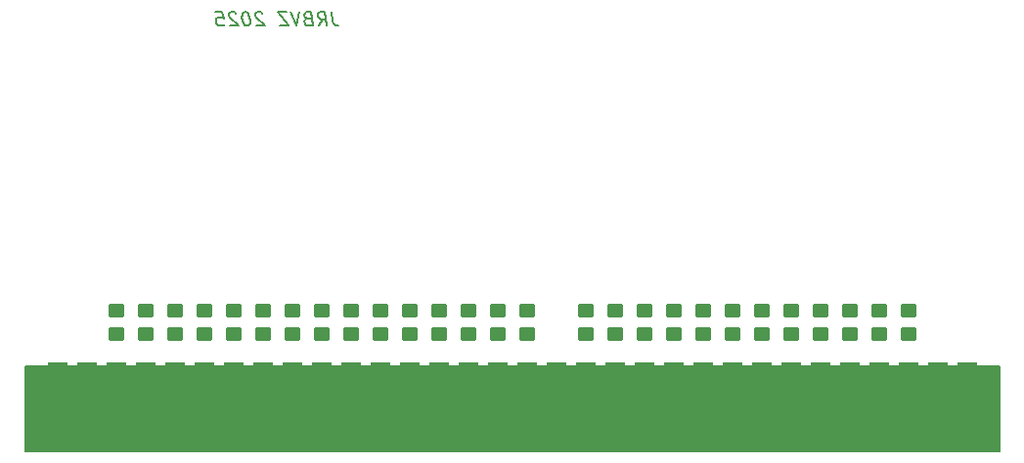
<source format=gbr>
G04 #@! TF.GenerationSoftware,KiCad,Pcbnew,9.0.6*
G04 #@! TF.CreationDate,2025-12-11T13:31:27+05:00*
G04 #@! TF.ProjectId,SEGA-Simple-Cart,53454741-2d53-4696-9d70-6c652d436172,rev?*
G04 #@! TF.SameCoordinates,Original*
G04 #@! TF.FileFunction,Soldermask,Bot*
G04 #@! TF.FilePolarity,Negative*
%FSLAX46Y46*%
G04 Gerber Fmt 4.6, Leading zero omitted, Abs format (unit mm)*
G04 Created by KiCad (PCBNEW 9.0.6) date 2025-12-11 13:31:27*
%MOMM*%
%LPD*%
G01*
G04 APERTURE LIST*
G04 Aperture macros list*
%AMRoundRect*
0 Rectangle with rounded corners*
0 $1 Rounding radius*
0 $2 $3 $4 $5 $6 $7 $8 $9 X,Y pos of 4 corners*
0 Add a 4 corners polygon primitive as box body*
4,1,4,$2,$3,$4,$5,$6,$7,$8,$9,$2,$3,0*
0 Add four circle primitives for the rounded corners*
1,1,$1+$1,$2,$3*
1,1,$1+$1,$4,$5*
1,1,$1+$1,$6,$7*
1,1,$1+$1,$8,$9*
0 Add four rect primitives between the rounded corners*
20,1,$1+$1,$2,$3,$4,$5,0*
20,1,$1+$1,$4,$5,$6,$7,0*
20,1,$1+$1,$6,$7,$8,$9,0*
20,1,$1+$1,$8,$9,$2,$3,0*%
G04 Aperture macros list end*
%ADD10C,0.150000*%
%ADD11C,0.200000*%
%ADD12R,1.780000X6.858000*%
%ADD13RoundRect,0.250000X0.450000X-0.350000X0.450000X0.350000X-0.450000X0.350000X-0.450000X-0.350000X0*%
G04 APERTURE END LIST*
D10*
X32766000Y-83312000D02*
X117094000Y-83312000D01*
X117094000Y-90678000D01*
X32766000Y-90678000D01*
X32766000Y-83312000D01*
G36*
X32766000Y-83312000D02*
G01*
X117094000Y-83312000D01*
X117094000Y-90678000D01*
X32766000Y-90678000D01*
X32766000Y-83312000D01*
G37*
D11*
X59294993Y-52617742D02*
X59402136Y-53474885D01*
X59402136Y-53474885D02*
X59480707Y-53646314D01*
X59480707Y-53646314D02*
X59609279Y-53760600D01*
X59609279Y-53760600D02*
X59787850Y-53817742D01*
X59787850Y-53817742D02*
X59902136Y-53817742D01*
X58187850Y-53817742D02*
X58516421Y-53246314D01*
X58873564Y-53817742D02*
X58723564Y-52617742D01*
X58723564Y-52617742D02*
X58266421Y-52617742D01*
X58266421Y-52617742D02*
X58159278Y-52674885D01*
X58159278Y-52674885D02*
X58109278Y-52732028D01*
X58109278Y-52732028D02*
X58066421Y-52846314D01*
X58066421Y-52846314D02*
X58087850Y-53017742D01*
X58087850Y-53017742D02*
X58159278Y-53132028D01*
X58159278Y-53132028D02*
X58223564Y-53189171D01*
X58223564Y-53189171D02*
X58344993Y-53246314D01*
X58344993Y-53246314D02*
X58802136Y-53246314D01*
X57194993Y-53189171D02*
X57030707Y-53246314D01*
X57030707Y-53246314D02*
X56980707Y-53303457D01*
X56980707Y-53303457D02*
X56937850Y-53417742D01*
X56937850Y-53417742D02*
X56959278Y-53589171D01*
X56959278Y-53589171D02*
X57030707Y-53703457D01*
X57030707Y-53703457D02*
X57094993Y-53760600D01*
X57094993Y-53760600D02*
X57216421Y-53817742D01*
X57216421Y-53817742D02*
X57673564Y-53817742D01*
X57673564Y-53817742D02*
X57523564Y-52617742D01*
X57523564Y-52617742D02*
X57123564Y-52617742D01*
X57123564Y-52617742D02*
X57016421Y-52674885D01*
X57016421Y-52674885D02*
X56966421Y-52732028D01*
X56966421Y-52732028D02*
X56923564Y-52846314D01*
X56923564Y-52846314D02*
X56937850Y-52960600D01*
X56937850Y-52960600D02*
X57009278Y-53074885D01*
X57009278Y-53074885D02*
X57073564Y-53132028D01*
X57073564Y-53132028D02*
X57194993Y-53189171D01*
X57194993Y-53189171D02*
X57594993Y-53189171D01*
X56494993Y-52617742D02*
X56244993Y-53817742D01*
X56244993Y-53817742D02*
X55694993Y-52617742D01*
X55409279Y-52617742D02*
X54609279Y-52617742D01*
X54609279Y-52617742D02*
X55559279Y-53817742D01*
X55559279Y-53817742D02*
X54759279Y-53817742D01*
X53309279Y-52732028D02*
X53244993Y-52674885D01*
X53244993Y-52674885D02*
X53123564Y-52617742D01*
X53123564Y-52617742D02*
X52837850Y-52617742D01*
X52837850Y-52617742D02*
X52730707Y-52674885D01*
X52730707Y-52674885D02*
X52680707Y-52732028D01*
X52680707Y-52732028D02*
X52637850Y-52846314D01*
X52637850Y-52846314D02*
X52652136Y-52960600D01*
X52652136Y-52960600D02*
X52730707Y-53132028D01*
X52730707Y-53132028D02*
X53502136Y-53817742D01*
X53502136Y-53817742D02*
X52759279Y-53817742D01*
X51866422Y-52617742D02*
X51752136Y-52617742D01*
X51752136Y-52617742D02*
X51644993Y-52674885D01*
X51644993Y-52674885D02*
X51594993Y-52732028D01*
X51594993Y-52732028D02*
X51552136Y-52846314D01*
X51552136Y-52846314D02*
X51523565Y-53074885D01*
X51523565Y-53074885D02*
X51559279Y-53360600D01*
X51559279Y-53360600D02*
X51644993Y-53589171D01*
X51644993Y-53589171D02*
X51716422Y-53703457D01*
X51716422Y-53703457D02*
X51780707Y-53760600D01*
X51780707Y-53760600D02*
X51902136Y-53817742D01*
X51902136Y-53817742D02*
X52016422Y-53817742D01*
X52016422Y-53817742D02*
X52123565Y-53760600D01*
X52123565Y-53760600D02*
X52173565Y-53703457D01*
X52173565Y-53703457D02*
X52216422Y-53589171D01*
X52216422Y-53589171D02*
X52244993Y-53360600D01*
X52244993Y-53360600D02*
X52209279Y-53074885D01*
X52209279Y-53074885D02*
X52123565Y-52846314D01*
X52123565Y-52846314D02*
X52052136Y-52732028D01*
X52052136Y-52732028D02*
X51987850Y-52674885D01*
X51987850Y-52674885D02*
X51866422Y-52617742D01*
X51023565Y-52732028D02*
X50959279Y-52674885D01*
X50959279Y-52674885D02*
X50837850Y-52617742D01*
X50837850Y-52617742D02*
X50552136Y-52617742D01*
X50552136Y-52617742D02*
X50444993Y-52674885D01*
X50444993Y-52674885D02*
X50394993Y-52732028D01*
X50394993Y-52732028D02*
X50352136Y-52846314D01*
X50352136Y-52846314D02*
X50366422Y-52960600D01*
X50366422Y-52960600D02*
X50444993Y-53132028D01*
X50444993Y-53132028D02*
X51216422Y-53817742D01*
X51216422Y-53817742D02*
X50473565Y-53817742D01*
X49237851Y-52617742D02*
X49809279Y-52617742D01*
X49809279Y-52617742D02*
X49937851Y-53189171D01*
X49937851Y-53189171D02*
X49873565Y-53132028D01*
X49873565Y-53132028D02*
X49752136Y-53074885D01*
X49752136Y-53074885D02*
X49466422Y-53074885D01*
X49466422Y-53074885D02*
X49359279Y-53132028D01*
X49359279Y-53132028D02*
X49309279Y-53189171D01*
X49309279Y-53189171D02*
X49266422Y-53303457D01*
X49266422Y-53303457D02*
X49302136Y-53589171D01*
X49302136Y-53589171D02*
X49373565Y-53703457D01*
X49373565Y-53703457D02*
X49437851Y-53760600D01*
X49437851Y-53760600D02*
X49559279Y-53817742D01*
X49559279Y-53817742D02*
X49844993Y-53817742D01*
X49844993Y-53817742D02*
X49952136Y-53760600D01*
X49952136Y-53760600D02*
X50002136Y-53703457D01*
D12*
X35560000Y-86360000D03*
X38100000Y-86360000D03*
X40640000Y-86360000D03*
X43180000Y-86360000D03*
X45720000Y-86360000D03*
X48260000Y-86360000D03*
X50800000Y-86360000D03*
X53340000Y-86360000D03*
X55880000Y-86360000D03*
X58420000Y-86360000D03*
X60960000Y-86360000D03*
X63500000Y-86360000D03*
X66040000Y-86360000D03*
X68580000Y-86360000D03*
X71120000Y-86360000D03*
X73660000Y-86360000D03*
X76200000Y-86360000D03*
X78740000Y-86360000D03*
X81280000Y-86360000D03*
X83820000Y-86360000D03*
X86360000Y-86360000D03*
X88900000Y-86360000D03*
X91440000Y-86360000D03*
X93980000Y-86360000D03*
X96520000Y-86360000D03*
X99060000Y-86360000D03*
X101600000Y-86360000D03*
X104140000Y-86360000D03*
X106680000Y-86360000D03*
X109220000Y-86360000D03*
X111760000Y-86360000D03*
X114300000Y-86360000D03*
D13*
X50800000Y-80502000D03*
X50800000Y-78502000D03*
X104140000Y-80502000D03*
X104140000Y-78502000D03*
X96520000Y-80502000D03*
X96520000Y-78502000D03*
X53340000Y-80502000D03*
X53340000Y-78502000D03*
X99060000Y-80502000D03*
X99060000Y-78502000D03*
X83820000Y-80502000D03*
X83820000Y-78502000D03*
X68580000Y-80502000D03*
X68580000Y-78502000D03*
X91440000Y-80502000D03*
X91440000Y-78502000D03*
X109220000Y-80502000D03*
X109220000Y-78502000D03*
X88900000Y-80502000D03*
X88900000Y-78502000D03*
X81280000Y-80502000D03*
X81280000Y-78502000D03*
X76200000Y-80502000D03*
X76200000Y-78502000D03*
X55880000Y-80502000D03*
X55880000Y-78502000D03*
X63500000Y-80502000D03*
X63500000Y-78502000D03*
X48260000Y-80502000D03*
X48260000Y-78502000D03*
X93980000Y-80502000D03*
X93980000Y-78502000D03*
X60960000Y-80502000D03*
X60960000Y-78502000D03*
X66040000Y-80502000D03*
X66040000Y-78502000D03*
X86360000Y-80502000D03*
X86360000Y-78502000D03*
X73660000Y-80502000D03*
X73660000Y-78502000D03*
X106680000Y-80502000D03*
X106680000Y-78502000D03*
X40640000Y-80502000D03*
X40640000Y-78502000D03*
X58420000Y-80502000D03*
X58420000Y-78502000D03*
X43180000Y-80502000D03*
X43180000Y-78502000D03*
X101600000Y-80502000D03*
X101600000Y-78502000D03*
X71120000Y-80502000D03*
X71120000Y-78502000D03*
X45720000Y-80502000D03*
X45720000Y-78502000D03*
M02*

</source>
